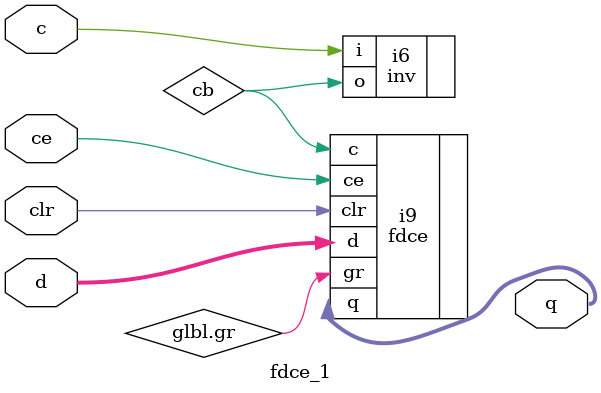
<source format=v>

module fdce_1 (q, c, ce, clr, d );
// generated by Concept HDL Direct Version 1.7 08-Aug-94
// on Wed Sep  7 10:34:38 1994
// from /usr3/xiltest/concept/lib/xm3000/fdce_1/logic

  parameter size = 0;

  output [size-1:0] q;
  input  c;
  input  ce;
  input  clr;
  input [size-1:0] d;
  // global signal glbl.gr;

  wire  cb;

// begin instances 

  inv i6  (.i(c),
	.o(cb));
  defparam i6.size = 1;

  fdce i9  (.c(cb),
	.ce(ce),
	.clr(clr),
	.d(d[size-1:0]),
	.gr(glbl.gr),
	.q(q[size-1:0]));
  defparam i9.size = size;

endmodule // fdce_1(logic) 

</source>
